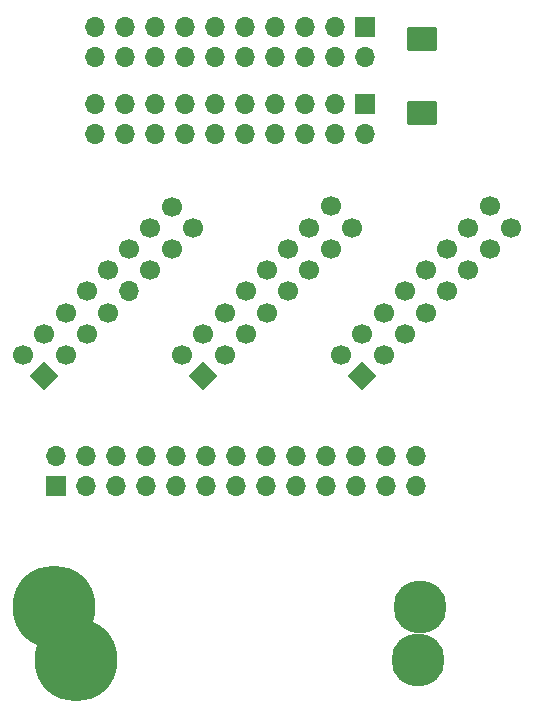
<source format=gbr>
%TF.GenerationSoftware,KiCad,Pcbnew,8.0.4*%
%TF.CreationDate,2024-12-17T16:18:45+07:00*%
%TF.ProjectId,16p_26p_adapter,3136705f-3236-4705-9f61-646170746572,rev?*%
%TF.SameCoordinates,Original*%
%TF.FileFunction,Soldermask,Bot*%
%TF.FilePolarity,Negative*%
%FSLAX46Y46*%
G04 Gerber Fmt 4.6, Leading zero omitted, Abs format (unit mm)*
G04 Created by KiCad (PCBNEW 8.0.4) date 2024-12-17 16:18:45*
%MOMM*%
%LPD*%
G01*
G04 APERTURE LIST*
G04 Aperture macros list*
%AMRoundRect*
0 Rectangle with rounded corners*
0 $1 Rounding radius*
0 $2 $3 $4 $5 $6 $7 $8 $9 X,Y pos of 4 corners*
0 Add a 4 corners polygon primitive as box body*
4,1,4,$2,$3,$4,$5,$6,$7,$8,$9,$2,$3,0*
0 Add four circle primitives for the rounded corners*
1,1,$1+$1,$2,$3*
1,1,$1+$1,$4,$5*
1,1,$1+$1,$6,$7*
1,1,$1+$1,$8,$9*
0 Add four rect primitives between the rounded corners*
20,1,$1+$1,$2,$3,$4,$5,0*
20,1,$1+$1,$4,$5,$6,$7,0*
20,1,$1+$1,$6,$7,$8,$9,0*
20,1,$1+$1,$8,$9,$2,$3,0*%
%AMHorizOval*
0 Thick line with rounded ends*
0 $1 width*
0 $2 $3 position (X,Y) of the first rounded end (center of the circle)*
0 $4 $5 position (X,Y) of the second rounded end (center of the circle)*
0 Add line between two ends*
20,1,$1,$2,$3,$4,$5,0*
0 Add two circle primitives to create the rounded ends*
1,1,$1,$2,$3*
1,1,$1,$4,$5*%
%AMRotRect*
0 Rectangle, with rotation*
0 The origin of the aperture is its center*
0 $1 length*
0 $2 width*
0 $3 Rotation angle, in degrees counterclockwise*
0 Add horizontal line*
21,1,$1,$2,0,0,$3*%
G04 Aperture macros list end*
%ADD10R,1.700000X1.700000*%
%ADD11O,1.700000X1.700000*%
%ADD12C,4.500000*%
%ADD13C,0.800000*%
%ADD14C,7.000000*%
%ADD15RotRect,1.700000X1.700000X315.000000*%
%ADD16HorizOval,1.700000X0.000000X0.000000X0.000000X0.000000X0*%
%ADD17RoundRect,0.250000X1.025000X-0.787500X1.025000X0.787500X-1.025000X0.787500X-1.025000X-0.787500X0*%
G04 APERTURE END LIST*
D10*
%TO.C,J14*%
X28322800Y-59282400D03*
D11*
X28322800Y-56742400D03*
X30862800Y-59282400D03*
X30862800Y-56742400D03*
X33402799Y-59282400D03*
X33402800Y-56742400D03*
X35942800Y-59282400D03*
X35942800Y-56742400D03*
X38482800Y-59282400D03*
X38482800Y-56742400D03*
X41022800Y-59282400D03*
X41022800Y-56742400D03*
X43562800Y-59282400D03*
X43562800Y-56742400D03*
X46102801Y-59282400D03*
X46102800Y-56742400D03*
X48642800Y-59282400D03*
X48642800Y-56742400D03*
X51182800Y-59282400D03*
X51182800Y-56742400D03*
X53722800Y-59282400D03*
X53722800Y-56742400D03*
X56262799Y-59282400D03*
X56262800Y-56742400D03*
X58802800Y-59282400D03*
X58802800Y-56742400D03*
%TD*%
D10*
%TO.C,J18*%
X54526200Y-20422600D03*
D11*
X54526200Y-22962600D03*
X51986200Y-20422600D03*
X51986200Y-22962600D03*
X49446201Y-20422600D03*
X49446200Y-22962600D03*
X46906200Y-20422600D03*
X46906200Y-22962600D03*
X44366200Y-20422600D03*
X44366200Y-22962600D03*
X41826200Y-20422600D03*
X41826200Y-22962600D03*
X39286200Y-20422600D03*
X39286200Y-22962600D03*
X36746199Y-20422600D03*
X36746200Y-22962600D03*
X34206200Y-20422600D03*
X34206200Y-22962600D03*
X31666200Y-20422600D03*
X31666200Y-22962600D03*
%TD*%
D12*
%TO.C,H9*%
X59026200Y-73952600D03*
%TD*%
D10*
%TO.C,J19*%
X54526200Y-26952600D03*
D11*
X54526200Y-29492600D03*
X51986200Y-26952600D03*
X51986200Y-29492600D03*
X49446201Y-26952600D03*
X49446200Y-29492600D03*
X46906200Y-26952600D03*
X46906200Y-29492600D03*
X44366200Y-26952600D03*
X44366200Y-29492600D03*
X41826200Y-26952600D03*
X41826200Y-29492600D03*
X39286200Y-26952600D03*
X39286200Y-29492600D03*
X36746199Y-26952600D03*
X36746200Y-29492600D03*
X34206200Y-26952600D03*
X34206200Y-29492600D03*
X31666200Y-26952600D03*
X31666200Y-29492600D03*
%TD*%
D12*
%TO.C,H5*%
X59180200Y-69516600D03*
%TD*%
D13*
%TO.C,H10*%
X27401200Y-73952600D03*
X28170045Y-72096445D03*
X28170045Y-75808755D03*
X30026200Y-71327600D03*
D14*
X30026200Y-73952600D03*
D13*
X30026200Y-76577600D03*
X31882355Y-72096445D03*
X31882355Y-75808755D03*
X32651200Y-73952600D03*
%TD*%
%TO.C,H6*%
X25567200Y-69516600D03*
X26336045Y-67660445D03*
X26336045Y-71372755D03*
X28192200Y-66891600D03*
D14*
X28192200Y-69516600D03*
D13*
X28192200Y-72141600D03*
X30048355Y-67660445D03*
X30048355Y-71372755D03*
X30817200Y-69516600D03*
%TD*%
D15*
%TO.C,J13*%
X27374200Y-49962600D03*
D16*
X25578149Y-48166549D03*
X29170251Y-48166549D03*
X27374200Y-46370498D03*
X30966302Y-46370498D03*
X29170251Y-44574446D03*
X32762354Y-44574446D03*
X30966302Y-42778395D03*
D11*
X34558405Y-42778395D03*
D16*
X32762354Y-40982344D03*
X36354456Y-40982344D03*
X34558405Y-39186293D03*
X38150507Y-39186293D03*
X36354456Y-37390241D03*
X39946559Y-37390241D03*
X38150507Y-35594190D03*
%TD*%
D17*
%TO.C,C8*%
X59336200Y-27673100D03*
X59336200Y-21448100D03*
%TD*%
D15*
%TO.C,J16*%
X54298200Y-49958600D03*
D16*
X52502149Y-48162549D03*
X56094251Y-48162549D03*
X54298200Y-46366498D03*
X57890302Y-46366498D03*
X56094251Y-44570446D03*
X59686354Y-44570446D03*
X57890302Y-42774395D03*
X61482405Y-42774395D03*
X59686354Y-40978344D03*
X63278456Y-40978344D03*
X61482405Y-39182293D03*
X65074507Y-39182293D03*
X63278456Y-37386241D03*
X66870559Y-37386241D03*
X65074507Y-35590190D03*
%TD*%
D15*
%TO.C,J15*%
X40836200Y-49958600D03*
D16*
X39040149Y-48162549D03*
X42632251Y-48162549D03*
X40836200Y-46366498D03*
X44428302Y-46366498D03*
X42632251Y-44570446D03*
X46224354Y-44570446D03*
X44428302Y-42774395D03*
X48020405Y-42774395D03*
X46224354Y-40978344D03*
X49816456Y-40978344D03*
X48020405Y-39182293D03*
X51612507Y-39182293D03*
X49816456Y-37386241D03*
X53408559Y-37386241D03*
X51612507Y-35590190D03*
%TD*%
M02*

</source>
